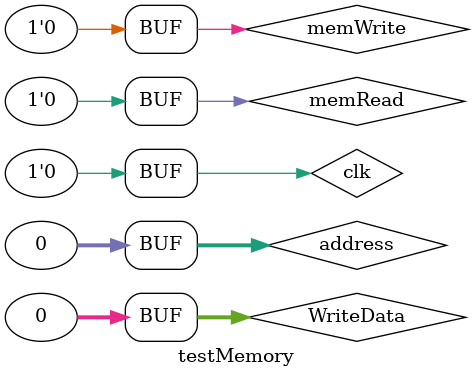
<source format=v>
module testMemory();
  reg clk, memRead, memWrite;
	reg [31:0] address;
	reg [31:0] WriteData; 
	wire [31:0] ReadData;
  memory #(32) mem(memRead, memWrite, address, WriteData, ReadData);
  initial begin 
    #100
      clk = 0;
      memRead = 0; 
      memWrite = 0; 
      address = 32'b0; 
    #100
      memRead = 1; 
    #100
      WriteData = 32'd12; 
    #100 
      memRead = 0; 
    #100 
      memWrite = 1; 
    #100 
      memWrite = 0; 
    #100 
      WriteData = 32'b0;
  end
endmodule
</source>
